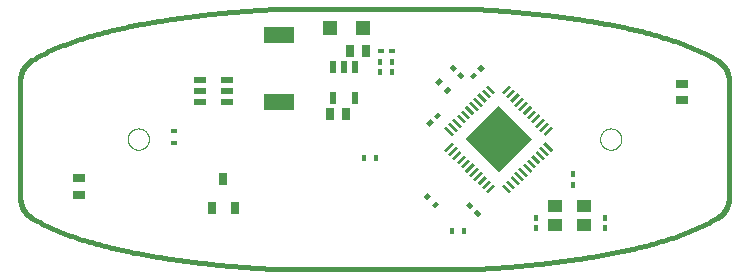
<source format=gbp>
G75*
%MOIN*%
%OFA0B0*%
%FSLAX25Y25*%
%IPPOS*%
%LPD*%
%AMOC8*
5,1,8,0,0,1.08239X$1,22.5*
%
%ADD10C,0.00000*%
%ADD11C,0.01575*%
%ADD12R,0.03150X0.03937*%
%ADD13R,0.02165X0.03937*%
%ADD14R,0.04724X0.04724*%
%ADD15R,0.01969X0.01575*%
%ADD16R,0.01575X0.01969*%
%ADD17R,0.04724X0.03937*%
%ADD18R,0.03937X0.03150*%
%ADD19R,0.03543X0.00984*%
%ADD20R,0.15748X0.15748*%
%ADD21R,0.10236X0.05512*%
%ADD22R,0.04000X0.02000*%
D10*
X0076997Y0064792D02*
X0076999Y0064910D01*
X0077005Y0065029D01*
X0077015Y0065147D01*
X0077029Y0065264D01*
X0077046Y0065381D01*
X0077068Y0065498D01*
X0077094Y0065613D01*
X0077123Y0065728D01*
X0077156Y0065842D01*
X0077193Y0065954D01*
X0077234Y0066065D01*
X0077278Y0066175D01*
X0077326Y0066283D01*
X0077378Y0066390D01*
X0077433Y0066495D01*
X0077492Y0066598D01*
X0077554Y0066698D01*
X0077619Y0066797D01*
X0077688Y0066894D01*
X0077759Y0066988D01*
X0077834Y0067079D01*
X0077912Y0067169D01*
X0077993Y0067255D01*
X0078077Y0067339D01*
X0078163Y0067420D01*
X0078253Y0067498D01*
X0078344Y0067573D01*
X0078438Y0067644D01*
X0078535Y0067713D01*
X0078634Y0067778D01*
X0078734Y0067840D01*
X0078837Y0067899D01*
X0078942Y0067954D01*
X0079049Y0068006D01*
X0079157Y0068054D01*
X0079267Y0068098D01*
X0079378Y0068139D01*
X0079490Y0068176D01*
X0079604Y0068209D01*
X0079719Y0068238D01*
X0079834Y0068264D01*
X0079951Y0068286D01*
X0080068Y0068303D01*
X0080185Y0068317D01*
X0080303Y0068327D01*
X0080422Y0068333D01*
X0080540Y0068335D01*
X0080658Y0068333D01*
X0080777Y0068327D01*
X0080895Y0068317D01*
X0081012Y0068303D01*
X0081129Y0068286D01*
X0081246Y0068264D01*
X0081361Y0068238D01*
X0081476Y0068209D01*
X0081590Y0068176D01*
X0081702Y0068139D01*
X0081813Y0068098D01*
X0081923Y0068054D01*
X0082031Y0068006D01*
X0082138Y0067954D01*
X0082243Y0067899D01*
X0082346Y0067840D01*
X0082446Y0067778D01*
X0082545Y0067713D01*
X0082642Y0067644D01*
X0082736Y0067573D01*
X0082827Y0067498D01*
X0082917Y0067420D01*
X0083003Y0067339D01*
X0083087Y0067255D01*
X0083168Y0067169D01*
X0083246Y0067079D01*
X0083321Y0066988D01*
X0083392Y0066894D01*
X0083461Y0066797D01*
X0083526Y0066698D01*
X0083588Y0066598D01*
X0083647Y0066495D01*
X0083702Y0066390D01*
X0083754Y0066283D01*
X0083802Y0066175D01*
X0083846Y0066065D01*
X0083887Y0065954D01*
X0083924Y0065842D01*
X0083957Y0065728D01*
X0083986Y0065613D01*
X0084012Y0065498D01*
X0084034Y0065381D01*
X0084051Y0065264D01*
X0084065Y0065147D01*
X0084075Y0065029D01*
X0084081Y0064910D01*
X0084083Y0064792D01*
X0084081Y0064674D01*
X0084075Y0064555D01*
X0084065Y0064437D01*
X0084051Y0064320D01*
X0084034Y0064203D01*
X0084012Y0064086D01*
X0083986Y0063971D01*
X0083957Y0063856D01*
X0083924Y0063742D01*
X0083887Y0063630D01*
X0083846Y0063519D01*
X0083802Y0063409D01*
X0083754Y0063301D01*
X0083702Y0063194D01*
X0083647Y0063089D01*
X0083588Y0062986D01*
X0083526Y0062886D01*
X0083461Y0062787D01*
X0083392Y0062690D01*
X0083321Y0062596D01*
X0083246Y0062505D01*
X0083168Y0062415D01*
X0083087Y0062329D01*
X0083003Y0062245D01*
X0082917Y0062164D01*
X0082827Y0062086D01*
X0082736Y0062011D01*
X0082642Y0061940D01*
X0082545Y0061871D01*
X0082446Y0061806D01*
X0082346Y0061744D01*
X0082243Y0061685D01*
X0082138Y0061630D01*
X0082031Y0061578D01*
X0081923Y0061530D01*
X0081813Y0061486D01*
X0081702Y0061445D01*
X0081590Y0061408D01*
X0081476Y0061375D01*
X0081361Y0061346D01*
X0081246Y0061320D01*
X0081129Y0061298D01*
X0081012Y0061281D01*
X0080895Y0061267D01*
X0080777Y0061257D01*
X0080658Y0061251D01*
X0080540Y0061249D01*
X0080422Y0061251D01*
X0080303Y0061257D01*
X0080185Y0061267D01*
X0080068Y0061281D01*
X0079951Y0061298D01*
X0079834Y0061320D01*
X0079719Y0061346D01*
X0079604Y0061375D01*
X0079490Y0061408D01*
X0079378Y0061445D01*
X0079267Y0061486D01*
X0079157Y0061530D01*
X0079049Y0061578D01*
X0078942Y0061630D01*
X0078837Y0061685D01*
X0078734Y0061744D01*
X0078634Y0061806D01*
X0078535Y0061871D01*
X0078438Y0061940D01*
X0078344Y0062011D01*
X0078253Y0062086D01*
X0078163Y0062164D01*
X0078077Y0062245D01*
X0077993Y0062329D01*
X0077912Y0062415D01*
X0077834Y0062505D01*
X0077759Y0062596D01*
X0077688Y0062690D01*
X0077619Y0062787D01*
X0077554Y0062886D01*
X0077492Y0062986D01*
X0077433Y0063089D01*
X0077378Y0063194D01*
X0077326Y0063301D01*
X0077278Y0063409D01*
X0077234Y0063519D01*
X0077193Y0063630D01*
X0077156Y0063742D01*
X0077123Y0063856D01*
X0077094Y0063971D01*
X0077068Y0064086D01*
X0077046Y0064203D01*
X0077029Y0064320D01*
X0077015Y0064437D01*
X0077005Y0064555D01*
X0076999Y0064674D01*
X0076997Y0064792D01*
X0234477Y0064792D02*
X0234479Y0064910D01*
X0234485Y0065029D01*
X0234495Y0065147D01*
X0234509Y0065264D01*
X0234526Y0065381D01*
X0234548Y0065498D01*
X0234574Y0065613D01*
X0234603Y0065728D01*
X0234636Y0065842D01*
X0234673Y0065954D01*
X0234714Y0066065D01*
X0234758Y0066175D01*
X0234806Y0066283D01*
X0234858Y0066390D01*
X0234913Y0066495D01*
X0234972Y0066598D01*
X0235034Y0066698D01*
X0235099Y0066797D01*
X0235168Y0066894D01*
X0235239Y0066988D01*
X0235314Y0067079D01*
X0235392Y0067169D01*
X0235473Y0067255D01*
X0235557Y0067339D01*
X0235643Y0067420D01*
X0235733Y0067498D01*
X0235824Y0067573D01*
X0235918Y0067644D01*
X0236015Y0067713D01*
X0236114Y0067778D01*
X0236214Y0067840D01*
X0236317Y0067899D01*
X0236422Y0067954D01*
X0236529Y0068006D01*
X0236637Y0068054D01*
X0236747Y0068098D01*
X0236858Y0068139D01*
X0236970Y0068176D01*
X0237084Y0068209D01*
X0237199Y0068238D01*
X0237314Y0068264D01*
X0237431Y0068286D01*
X0237548Y0068303D01*
X0237665Y0068317D01*
X0237783Y0068327D01*
X0237902Y0068333D01*
X0238020Y0068335D01*
X0238138Y0068333D01*
X0238257Y0068327D01*
X0238375Y0068317D01*
X0238492Y0068303D01*
X0238609Y0068286D01*
X0238726Y0068264D01*
X0238841Y0068238D01*
X0238956Y0068209D01*
X0239070Y0068176D01*
X0239182Y0068139D01*
X0239293Y0068098D01*
X0239403Y0068054D01*
X0239511Y0068006D01*
X0239618Y0067954D01*
X0239723Y0067899D01*
X0239826Y0067840D01*
X0239926Y0067778D01*
X0240025Y0067713D01*
X0240122Y0067644D01*
X0240216Y0067573D01*
X0240307Y0067498D01*
X0240397Y0067420D01*
X0240483Y0067339D01*
X0240567Y0067255D01*
X0240648Y0067169D01*
X0240726Y0067079D01*
X0240801Y0066988D01*
X0240872Y0066894D01*
X0240941Y0066797D01*
X0241006Y0066698D01*
X0241068Y0066598D01*
X0241127Y0066495D01*
X0241182Y0066390D01*
X0241234Y0066283D01*
X0241282Y0066175D01*
X0241326Y0066065D01*
X0241367Y0065954D01*
X0241404Y0065842D01*
X0241437Y0065728D01*
X0241466Y0065613D01*
X0241492Y0065498D01*
X0241514Y0065381D01*
X0241531Y0065264D01*
X0241545Y0065147D01*
X0241555Y0065029D01*
X0241561Y0064910D01*
X0241563Y0064792D01*
X0241561Y0064674D01*
X0241555Y0064555D01*
X0241545Y0064437D01*
X0241531Y0064320D01*
X0241514Y0064203D01*
X0241492Y0064086D01*
X0241466Y0063971D01*
X0241437Y0063856D01*
X0241404Y0063742D01*
X0241367Y0063630D01*
X0241326Y0063519D01*
X0241282Y0063409D01*
X0241234Y0063301D01*
X0241182Y0063194D01*
X0241127Y0063089D01*
X0241068Y0062986D01*
X0241006Y0062886D01*
X0240941Y0062787D01*
X0240872Y0062690D01*
X0240801Y0062596D01*
X0240726Y0062505D01*
X0240648Y0062415D01*
X0240567Y0062329D01*
X0240483Y0062245D01*
X0240397Y0062164D01*
X0240307Y0062086D01*
X0240216Y0062011D01*
X0240122Y0061940D01*
X0240025Y0061871D01*
X0239926Y0061806D01*
X0239826Y0061744D01*
X0239723Y0061685D01*
X0239618Y0061630D01*
X0239511Y0061578D01*
X0239403Y0061530D01*
X0239293Y0061486D01*
X0239182Y0061445D01*
X0239070Y0061408D01*
X0238956Y0061375D01*
X0238841Y0061346D01*
X0238726Y0061320D01*
X0238609Y0061298D01*
X0238492Y0061281D01*
X0238375Y0061267D01*
X0238257Y0061257D01*
X0238138Y0061251D01*
X0238020Y0061249D01*
X0237902Y0061251D01*
X0237783Y0061257D01*
X0237665Y0061267D01*
X0237548Y0061281D01*
X0237431Y0061298D01*
X0237314Y0061320D01*
X0237199Y0061346D01*
X0237084Y0061375D01*
X0236970Y0061408D01*
X0236858Y0061445D01*
X0236747Y0061486D01*
X0236637Y0061530D01*
X0236529Y0061578D01*
X0236422Y0061630D01*
X0236317Y0061685D01*
X0236214Y0061744D01*
X0236114Y0061806D01*
X0236015Y0061871D01*
X0235918Y0061940D01*
X0235824Y0062011D01*
X0235733Y0062086D01*
X0235643Y0062164D01*
X0235557Y0062245D01*
X0235473Y0062329D01*
X0235392Y0062415D01*
X0235314Y0062505D01*
X0235239Y0062596D01*
X0235168Y0062690D01*
X0235099Y0062787D01*
X0235034Y0062886D01*
X0234972Y0062986D01*
X0234913Y0063089D01*
X0234858Y0063194D01*
X0234806Y0063301D01*
X0234758Y0063409D01*
X0234714Y0063519D01*
X0234673Y0063630D01*
X0234636Y0063742D01*
X0234603Y0063856D01*
X0234574Y0063971D01*
X0234548Y0064086D01*
X0234526Y0064203D01*
X0234509Y0064320D01*
X0234495Y0064437D01*
X0234485Y0064555D01*
X0234479Y0064674D01*
X0234477Y0064792D01*
D11*
X0062538Y0031061D02*
X0061736Y0031312D01*
X0060935Y0031569D01*
X0060137Y0031832D01*
X0059340Y0032101D01*
X0058545Y0032375D01*
X0057752Y0032656D01*
X0056961Y0032944D01*
X0056172Y0033239D01*
X0055385Y0033541D01*
X0054601Y0033850D01*
X0053819Y0034167D01*
X0053040Y0034493D01*
X0052263Y0034827D01*
X0051489Y0035170D01*
X0050718Y0035522D01*
X0049949Y0035884D01*
X0049184Y0036257D01*
X0048423Y0036640D01*
X0047668Y0037034D01*
X0046918Y0037439D01*
X0046176Y0037856D01*
X0045441Y0038285D01*
X0044928Y0038595D01*
X0044906Y0038608D01*
X0044884Y0038622D01*
X0044862Y0038635D01*
X0044841Y0038649D01*
X0044819Y0038662D01*
X0044798Y0038676D01*
X0044776Y0038690D01*
X0044754Y0038704D01*
X0044733Y0038718D01*
X0044711Y0038732D01*
X0044690Y0038746D01*
X0044668Y0038761D01*
X0044647Y0038775D01*
X0044626Y0038790D01*
X0044604Y0038804D01*
X0044583Y0038819D01*
X0044562Y0038833D01*
X0044540Y0038848D01*
X0044519Y0038863D01*
X0044498Y0038878D01*
X0044477Y0038893D01*
X0044456Y0038908D01*
X0044435Y0038923D01*
X0044414Y0038938D01*
X0044393Y0038954D01*
X0044372Y0038969D01*
X0044351Y0038985D01*
X0044330Y0039000D01*
X0044309Y0039016D01*
X0044288Y0039032D01*
X0044267Y0039047D01*
X0044247Y0039063D01*
X0044226Y0039079D01*
X0044205Y0039095D01*
X0044185Y0039111D01*
X0044164Y0039128D01*
X0044143Y0039144D01*
X0044123Y0039160D01*
X0044102Y0039177D01*
X0044082Y0039193D01*
X0044062Y0039210D01*
X0044041Y0039227D01*
X0044021Y0039243D01*
X0044001Y0039260D01*
X0043980Y0039277D01*
X0043960Y0039294D01*
X0043940Y0039311D01*
X0043920Y0039328D01*
X0043900Y0039346D01*
X0043880Y0039363D01*
X0043860Y0039380D01*
X0043840Y0039398D01*
X0043820Y0039415D01*
X0043800Y0039433D01*
X0043781Y0039451D01*
X0043761Y0039468D01*
X0043741Y0039486D01*
X0043722Y0039504D01*
X0043702Y0039522D01*
X0043683Y0039540D01*
X0043663Y0039558D01*
X0043644Y0039577D01*
X0043624Y0039595D01*
X0043605Y0039613D01*
X0043586Y0039632D01*
X0043567Y0039650D01*
X0043548Y0039669D01*
X0043529Y0039688D01*
X0043509Y0039706D01*
X0043491Y0039725D01*
X0043472Y0039744D01*
X0043453Y0039763D01*
X0043434Y0039782D01*
X0043415Y0039801D01*
X0043396Y0039820D01*
X0043378Y0039840D01*
X0043359Y0039859D01*
X0043341Y0039878D01*
X0043322Y0039898D01*
X0043304Y0039917D01*
X0043285Y0039937D01*
X0043267Y0039957D01*
X0043249Y0039976D01*
X0043231Y0039996D01*
X0043213Y0040016D01*
X0043195Y0040036D01*
X0043177Y0040056D01*
X0043159Y0040076D01*
X0043141Y0040096D01*
X0043123Y0040117D01*
X0043105Y0040137D01*
X0043088Y0040157D01*
X0043070Y0040178D01*
X0043052Y0040198D01*
X0043035Y0040219D01*
X0043018Y0040239D01*
X0043000Y0040260D01*
X0042983Y0040281D01*
X0042966Y0040302D01*
X0042949Y0040323D01*
X0042931Y0040344D01*
X0042914Y0040365D01*
X0042898Y0040386D01*
X0042881Y0040407D01*
X0042864Y0040428D01*
X0042847Y0040449D01*
X0042830Y0040471D01*
X0042814Y0040492D01*
X0042797Y0040514D01*
X0042781Y0040535D01*
X0042764Y0040557D01*
X0042748Y0040578D01*
X0042732Y0040600D01*
X0042716Y0040622D01*
X0042699Y0040644D01*
X0042683Y0040666D01*
X0042667Y0040688D01*
X0042652Y0040710D01*
X0042636Y0040732D01*
X0042620Y0040754D01*
X0042604Y0040776D01*
X0042589Y0040798D01*
X0042573Y0040821D01*
X0042558Y0040843D01*
X0042542Y0040865D01*
X0042527Y0040888D01*
X0042512Y0040911D01*
X0042497Y0040933D01*
X0042482Y0040956D01*
X0042467Y0040979D01*
X0042452Y0041001D01*
X0042437Y0041024D01*
X0042422Y0041047D01*
X0042407Y0041070D01*
X0042393Y0041093D01*
X0042378Y0041116D01*
X0042364Y0041139D01*
X0042349Y0041162D01*
X0042335Y0041185D01*
X0042321Y0041208D01*
X0042307Y0041232D01*
X0042293Y0041255D01*
X0042279Y0041279D01*
X0042265Y0041302D01*
X0042251Y0041325D01*
X0042237Y0041349D01*
X0042224Y0041373D01*
X0042210Y0041396D01*
X0042196Y0041420D01*
X0042183Y0041444D01*
X0042170Y0041467D01*
X0042156Y0041491D01*
X0042143Y0041515D01*
X0042130Y0041539D01*
X0042117Y0041563D01*
X0042104Y0041587D01*
X0042091Y0041611D01*
X0042079Y0041635D01*
X0042066Y0041659D01*
X0042053Y0041683D01*
X0042041Y0041707D01*
X0042029Y0041732D01*
X0042016Y0041756D01*
X0042004Y0041780D01*
X0041992Y0041805D01*
X0041980Y0041829D01*
X0041968Y0041854D01*
X0041956Y0041878D01*
X0041944Y0041903D01*
X0041932Y0041927D01*
X0041921Y0041952D01*
X0041909Y0041976D01*
X0041898Y0042001D01*
X0041886Y0042026D01*
X0041875Y0042051D01*
X0041864Y0042075D01*
X0041853Y0042100D01*
X0041842Y0042125D01*
X0041831Y0042150D01*
X0041820Y0042175D01*
X0041809Y0042200D01*
X0041798Y0042225D01*
X0041788Y0042250D01*
X0041777Y0042275D01*
X0041767Y0042300D01*
X0041757Y0042325D01*
X0041746Y0042350D01*
X0041736Y0042375D01*
X0041726Y0042401D01*
X0041716Y0042426D01*
X0041706Y0042451D01*
X0041696Y0042476D01*
X0041687Y0042502D01*
X0041677Y0042527D01*
X0041668Y0042552D01*
X0041658Y0042578D01*
X0041649Y0042603D01*
X0041640Y0042629D01*
X0041630Y0042654D01*
X0041621Y0042680D01*
X0041612Y0042705D01*
X0041604Y0042731D01*
X0041595Y0042756D01*
X0041586Y0042782D01*
X0041577Y0042807D01*
X0041569Y0042833D01*
X0041560Y0042859D01*
X0041552Y0042884D01*
X0041544Y0042910D01*
X0041536Y0042936D01*
X0041528Y0042961D01*
X0041520Y0042987D01*
X0041512Y0043013D01*
X0041504Y0043039D01*
X0041496Y0043065D01*
X0041489Y0043090D01*
X0041481Y0043116D01*
X0041474Y0043142D01*
X0041466Y0043168D01*
X0041459Y0043194D01*
X0041452Y0043220D01*
X0041445Y0043245D01*
X0041438Y0043271D01*
X0041431Y0043297D01*
X0041424Y0043323D01*
X0041417Y0043349D01*
X0041411Y0043375D01*
X0041404Y0043401D01*
X0041398Y0043427D01*
X0041391Y0043453D01*
X0041385Y0043479D01*
X0041379Y0043505D01*
X0041373Y0043531D01*
X0041367Y0043557D01*
X0041361Y0043583D01*
X0041355Y0043609D01*
X0041350Y0043635D01*
X0041344Y0043661D01*
X0041338Y0043687D01*
X0041333Y0043714D01*
X0041328Y0043740D01*
X0041322Y0043766D01*
X0041317Y0043792D01*
X0041312Y0043818D01*
X0041307Y0043844D01*
X0041302Y0043870D01*
X0041298Y0043896D01*
X0041293Y0043922D01*
X0041288Y0043948D01*
X0041284Y0043974D01*
X0041279Y0044000D01*
X0041275Y0044027D01*
X0041271Y0044053D01*
X0041266Y0044079D01*
X0041262Y0044105D01*
X0041258Y0044131D01*
X0041255Y0044157D01*
X0041251Y0044183D01*
X0041247Y0044209D01*
X0041243Y0044235D01*
X0041240Y0044261D01*
X0041236Y0044287D01*
X0041233Y0044313D01*
X0041230Y0044339D01*
X0041227Y0044365D01*
X0041223Y0044391D01*
X0041220Y0044418D01*
X0041218Y0044444D01*
X0041215Y0044469D01*
X0041212Y0044495D01*
X0041209Y0044521D01*
X0041207Y0044547D01*
X0041204Y0044573D01*
X0041202Y0044599D01*
X0041200Y0044625D01*
X0041197Y0044651D01*
X0041195Y0044677D01*
X0041193Y0044703D01*
X0041191Y0044729D01*
X0041189Y0044755D01*
X0041188Y0044781D01*
X0041186Y0044807D01*
X0041184Y0044832D01*
X0041183Y0044858D01*
X0041181Y0044884D01*
X0041180Y0044910D01*
X0041179Y0044936D01*
X0041178Y0044962D01*
X0041177Y0044987D01*
X0041176Y0045013D01*
X0041175Y0045039D01*
X0041174Y0045065D01*
X0041173Y0045090D01*
X0041172Y0045116D01*
X0041172Y0045142D01*
X0041171Y0045167D01*
X0041171Y0045193D01*
X0041171Y0045218D01*
X0041170Y0045244D01*
X0041170Y0045269D01*
X0041170Y0045295D01*
X0041170Y0084290D01*
X0041170Y0084315D01*
X0041170Y0084341D01*
X0041170Y0084366D01*
X0041171Y0084392D01*
X0041171Y0084418D01*
X0041172Y0084443D01*
X0041172Y0084469D01*
X0041173Y0084494D01*
X0041174Y0084520D01*
X0041174Y0084546D01*
X0041175Y0084572D01*
X0041176Y0084597D01*
X0041177Y0084623D01*
X0041178Y0084649D01*
X0041180Y0084675D01*
X0041181Y0084701D01*
X0041182Y0084726D01*
X0041184Y0084752D01*
X0041185Y0084778D01*
X0041187Y0084804D01*
X0041189Y0084830D01*
X0041191Y0084856D01*
X0041193Y0084881D01*
X0041195Y0084907D01*
X0041197Y0084933D01*
X0041199Y0084959D01*
X0041201Y0084985D01*
X0041204Y0085011D01*
X0041206Y0085037D01*
X0041209Y0085063D01*
X0041211Y0085089D01*
X0041214Y0085115D01*
X0041217Y0085141D01*
X0041220Y0085167D01*
X0041223Y0085193D01*
X0041226Y0085219D01*
X0041229Y0085245D01*
X0041232Y0085271D01*
X0041235Y0085297D01*
X0041239Y0085323D01*
X0041242Y0085350D01*
X0041246Y0085376D01*
X0041250Y0085402D01*
X0041253Y0085428D01*
X0041257Y0085454D01*
X0041261Y0085480D01*
X0041265Y0085506D01*
X0041269Y0085532D01*
X0041274Y0085558D01*
X0041278Y0085584D01*
X0041282Y0085610D01*
X0041287Y0085636D01*
X0041291Y0085663D01*
X0041296Y0085689D01*
X0041301Y0085715D01*
X0041306Y0085741D01*
X0041311Y0085767D01*
X0041316Y0085793D01*
X0041321Y0085819D01*
X0041326Y0085845D01*
X0041331Y0085871D01*
X0041337Y0085897D01*
X0041342Y0085923D01*
X0041348Y0085949D01*
X0041353Y0085975D01*
X0041359Y0086001D01*
X0041365Y0086027D01*
X0041371Y0086054D01*
X0041377Y0086080D01*
X0041383Y0086106D01*
X0041389Y0086131D01*
X0041396Y0086157D01*
X0041402Y0086183D01*
X0041409Y0086209D01*
X0041415Y0086235D01*
X0041422Y0086261D01*
X0041429Y0086287D01*
X0041436Y0086313D01*
X0041443Y0086339D01*
X0041450Y0086365D01*
X0041457Y0086391D01*
X0041464Y0086417D01*
X0041471Y0086443D01*
X0041479Y0086469D01*
X0041486Y0086494D01*
X0041494Y0086520D01*
X0041501Y0086546D01*
X0041509Y0086572D01*
X0041517Y0086598D01*
X0041525Y0086623D01*
X0041533Y0086649D01*
X0041541Y0086675D01*
X0041549Y0086700D01*
X0041558Y0086726D01*
X0041566Y0086752D01*
X0041575Y0086777D01*
X0041583Y0086803D01*
X0041592Y0086829D01*
X0041601Y0086854D01*
X0041610Y0086880D01*
X0041619Y0086905D01*
X0041628Y0086931D01*
X0041637Y0086956D01*
X0041646Y0086982D01*
X0041655Y0087007D01*
X0041665Y0087032D01*
X0041674Y0087058D01*
X0041684Y0087083D01*
X0041693Y0087108D01*
X0041703Y0087134D01*
X0041713Y0087159D01*
X0041723Y0087184D01*
X0041733Y0087209D01*
X0041743Y0087235D01*
X0041753Y0087260D01*
X0041764Y0087285D01*
X0041774Y0087310D01*
X0041784Y0087335D01*
X0041795Y0087360D01*
X0041806Y0087385D01*
X0041816Y0087410D01*
X0041827Y0087435D01*
X0041838Y0087460D01*
X0041849Y0087485D01*
X0041860Y0087510D01*
X0041871Y0087534D01*
X0041883Y0087559D01*
X0041894Y0087584D01*
X0041906Y0087609D01*
X0041917Y0087633D01*
X0041929Y0087658D01*
X0041940Y0087682D01*
X0041952Y0087707D01*
X0041964Y0087731D01*
X0041976Y0087756D01*
X0041988Y0087781D01*
X0042000Y0087805D01*
X0042012Y0087829D01*
X0042025Y0087854D01*
X0042037Y0087878D01*
X0042050Y0087902D01*
X0042062Y0087926D01*
X0042075Y0087950D01*
X0042087Y0087974D01*
X0042100Y0087998D01*
X0042113Y0088022D01*
X0042126Y0088046D01*
X0042139Y0088070D01*
X0042152Y0088094D01*
X0042166Y0088118D01*
X0042179Y0088142D01*
X0042192Y0088166D01*
X0042206Y0088189D01*
X0042219Y0088213D01*
X0042233Y0088236D01*
X0042247Y0088260D01*
X0042260Y0088283D01*
X0042274Y0088307D01*
X0042288Y0088330D01*
X0042302Y0088354D01*
X0042316Y0088377D01*
X0042331Y0088400D01*
X0042345Y0088423D01*
X0042359Y0088447D01*
X0042374Y0088470D01*
X0042388Y0088493D01*
X0042403Y0088516D01*
X0042417Y0088539D01*
X0042432Y0088562D01*
X0042447Y0088584D01*
X0042462Y0088607D01*
X0042477Y0088630D01*
X0042492Y0088653D01*
X0042507Y0088675D01*
X0042522Y0088698D01*
X0042538Y0088720D01*
X0042553Y0088743D01*
X0042568Y0088765D01*
X0042584Y0088787D01*
X0042599Y0088810D01*
X0042615Y0088832D01*
X0042631Y0088854D01*
X0042647Y0088876D01*
X0042662Y0088898D01*
X0042678Y0088920D01*
X0042694Y0088942D01*
X0042711Y0088964D01*
X0042727Y0088986D01*
X0042743Y0089008D01*
X0042759Y0089029D01*
X0042776Y0089051D01*
X0042792Y0089072D01*
X0042809Y0089094D01*
X0042825Y0089115D01*
X0042842Y0089137D01*
X0042859Y0089158D01*
X0042875Y0089179D01*
X0042892Y0089201D01*
X0042909Y0089222D01*
X0042926Y0089243D01*
X0042943Y0089264D01*
X0042960Y0089285D01*
X0042978Y0089306D01*
X0042995Y0089326D01*
X0043012Y0089347D01*
X0043030Y0089368D01*
X0043047Y0089388D01*
X0043064Y0089409D01*
X0043082Y0089429D01*
X0043100Y0089450D01*
X0043117Y0089470D01*
X0043135Y0089490D01*
X0043153Y0089510D01*
X0043171Y0089531D01*
X0043189Y0089551D01*
X0043207Y0089570D01*
X0043225Y0089591D01*
X0043243Y0089610D01*
X0043261Y0089630D01*
X0043280Y0089650D01*
X0043298Y0089669D01*
X0043316Y0089689D01*
X0043335Y0089708D01*
X0043353Y0089728D01*
X0043372Y0089747D01*
X0043391Y0089767D01*
X0043409Y0089786D01*
X0043428Y0089805D01*
X0043447Y0089824D01*
X0043466Y0089843D01*
X0043485Y0089862D01*
X0043504Y0089881D01*
X0043523Y0089899D01*
X0043542Y0089918D01*
X0043561Y0089937D01*
X0043580Y0089955D01*
X0043599Y0089974D01*
X0043618Y0089992D01*
X0043638Y0090010D01*
X0043657Y0090029D01*
X0043677Y0090047D01*
X0043696Y0090065D01*
X0043716Y0090083D01*
X0043735Y0090101D01*
X0043755Y0090119D01*
X0043775Y0090137D01*
X0043814Y0090172D01*
X0043854Y0090207D01*
X0043874Y0090224D01*
X0043914Y0090259D01*
X0043954Y0090293D01*
X0043974Y0090310D01*
X0043994Y0090327D01*
X0044014Y0090344D01*
X0044035Y0090361D01*
X0044055Y0090378D01*
X0044076Y0090394D01*
X0044096Y0090411D01*
X0044116Y0090427D01*
X0044137Y0090444D01*
X0044157Y0090460D01*
X0044178Y0090476D01*
X0044199Y0090493D01*
X0044219Y0090508D01*
X0044240Y0090524D01*
X0044261Y0090540D01*
X0044282Y0090556D01*
X0044323Y0090588D01*
X0044344Y0090603D01*
X0044365Y0090619D01*
X0044407Y0090650D01*
X0044428Y0090665D01*
X0044449Y0090680D01*
X0044470Y0090695D01*
X0044491Y0090710D01*
X0044513Y0090725D01*
X0044534Y0090740D01*
X0044555Y0090755D01*
X0044576Y0090769D01*
X0044598Y0090784D01*
X0044619Y0090799D01*
X0044640Y0090813D01*
X0044662Y0090828D01*
X0044683Y0090842D01*
X0044705Y0090856D01*
X0044726Y0090870D01*
X0044748Y0090884D01*
X0044769Y0090898D01*
X0044791Y0090912D01*
X0044812Y0090926D01*
X0044834Y0090940D01*
X0044856Y0090953D01*
X0044877Y0090967D01*
X0044899Y0090981D01*
X0044921Y0090994D01*
X0045239Y0091187D01*
X0045979Y0091624D01*
X0046726Y0092047D01*
X0047479Y0092459D01*
X0048239Y0092858D01*
X0049004Y0093246D01*
X0049774Y0093624D01*
X0050549Y0093992D01*
X0051329Y0094350D01*
X0052113Y0094699D01*
X0052902Y0095040D01*
X0053694Y0095373D01*
X0054490Y0095697D01*
X0055289Y0096013D01*
X0056091Y0096322D01*
X0056895Y0096623D01*
X0057702Y0096917D01*
X0058510Y0097204D01*
X0059320Y0097484D01*
X0060132Y0097757D01*
X0060945Y0098025D01*
X0061760Y0098287D01*
X0062578Y0098542D01*
X0063396Y0098792D01*
X0064217Y0099037D01*
X0065038Y0099276D01*
X0065862Y0099510D01*
X0066686Y0099740D01*
X0067513Y0099964D01*
X0068341Y0100184D01*
X0069170Y0100400D01*
X0070000Y0100611D01*
X0070832Y0100818D01*
X0071665Y0101020D01*
X0072500Y0101219D01*
X0073335Y0101413D01*
X0074171Y0101604D01*
X0075008Y0101790D01*
X0075846Y0101973D01*
X0076685Y0102152D01*
X0077524Y0102327D01*
X0078364Y0102499D01*
X0079204Y0102668D01*
X0080045Y0102832D01*
X0080886Y0102994D01*
X0081728Y0103153D01*
X0082570Y0103308D01*
X0083412Y0103460D01*
X0084254Y0103610D01*
X0085096Y0103756D01*
X0085939Y0103899D01*
X0086782Y0104040D01*
X0087625Y0104178D01*
X0088469Y0104313D01*
X0089313Y0104445D01*
X0090156Y0104574D01*
X0091001Y0104701D01*
X0091845Y0104826D01*
X0092690Y0104947D01*
X0093534Y0105067D01*
X0094379Y0105184D01*
X0095224Y0105298D01*
X0096070Y0105411D01*
X0096915Y0105521D01*
X0097761Y0105629D01*
X0098607Y0105734D01*
X0099453Y0105838D01*
X0100299Y0105940D01*
X0101146Y0106039D01*
X0101992Y0106137D01*
X0102839Y0106232D01*
X0103686Y0106326D01*
X0104533Y0106417D01*
X0105380Y0106507D01*
X0106228Y0106595D01*
X0107075Y0106680D01*
X0107923Y0106764D01*
X0108771Y0106846D01*
X0109619Y0106927D01*
X0110467Y0107005D01*
X0111316Y0107082D01*
X0112164Y0107156D01*
X0113013Y0107230D01*
X0113861Y0107301D01*
X0114710Y0107371D01*
X0115559Y0107439D01*
X0116409Y0107505D01*
X0117258Y0107570D01*
X0118107Y0107633D01*
X0118957Y0107695D01*
X0119807Y0107755D01*
X0120657Y0107813D01*
X0121507Y0107870D01*
X0122357Y0107925D01*
X0123207Y0107979D01*
X0124057Y0108032D01*
X0124908Y0108083D01*
X0124974Y0108087D01*
X0125027Y0108090D01*
X0125054Y0108091D01*
X0125107Y0108093D01*
X0125134Y0108094D01*
X0125187Y0108096D01*
X0125214Y0108097D01*
X0125267Y0108098D01*
X0125294Y0108098D01*
X0125320Y0108099D01*
X0125347Y0108099D01*
X0125374Y0108099D01*
X0125400Y0108099D01*
X0193173Y0108099D01*
X0193200Y0108099D01*
X0193227Y0108099D01*
X0193280Y0108098D01*
X0193307Y0108097D01*
X0193333Y0108097D01*
X0193360Y0108096D01*
X0193413Y0108095D01*
X0193440Y0108094D01*
X0193467Y0108093D01*
X0193493Y0108092D01*
X0193520Y0108090D01*
X0193546Y0108089D01*
X0193573Y0108087D01*
X0193600Y0108086D01*
X0194103Y0108056D01*
X0194943Y0108005D01*
X0195782Y0107952D01*
X0196621Y0107897D01*
X0197461Y0107842D01*
X0198300Y0107785D01*
X0199139Y0107726D01*
X0199978Y0107666D01*
X0200817Y0107605D01*
X0201656Y0107541D01*
X0202495Y0107477D01*
X0203333Y0107410D01*
X0204172Y0107342D01*
X0205010Y0107273D01*
X0205848Y0107201D01*
X0206686Y0107129D01*
X0207524Y0107054D01*
X0208362Y0106977D01*
X0209200Y0106899D01*
X0210037Y0106819D01*
X0210875Y0106738D01*
X0211712Y0106654D01*
X0212549Y0106569D01*
X0213386Y0106481D01*
X0214223Y0106393D01*
X0215059Y0106301D01*
X0215896Y0106208D01*
X0216732Y0106114D01*
X0217569Y0106017D01*
X0218405Y0105918D01*
X0219241Y0105817D01*
X0220076Y0105714D01*
X0220912Y0105609D01*
X0221747Y0105502D01*
X0222583Y0105393D01*
X0223418Y0105281D01*
X0224253Y0105168D01*
X0225088Y0105052D01*
X0225923Y0104933D01*
X0226757Y0104813D01*
X0227592Y0104689D01*
X0228426Y0104564D01*
X0229260Y0104435D01*
X0230094Y0104305D01*
X0230927Y0104171D01*
X0231761Y0104035D01*
X0232594Y0103896D01*
X0233426Y0103755D01*
X0234259Y0103610D01*
X0235091Y0103462D01*
X0235923Y0103312D01*
X0236754Y0103159D01*
X0237585Y0103002D01*
X0238416Y0102843D01*
X0239245Y0102680D01*
X0240074Y0102515D01*
X0240900Y0102346D01*
X0241727Y0102173D01*
X0242552Y0101998D01*
X0243377Y0101819D01*
X0244200Y0101636D01*
X0245022Y0101450D01*
X0245843Y0101259D01*
X0246662Y0101065D01*
X0247481Y0100868D01*
X0248298Y0100665D01*
X0249115Y0100459D01*
X0249930Y0100249D01*
X0250743Y0100034D01*
X0251556Y0099815D01*
X0252365Y0099591D01*
X0253174Y0099363D01*
X0253983Y0099130D01*
X0254788Y0098892D01*
X0255593Y0098649D01*
X0256396Y0098401D01*
X0257198Y0098146D01*
X0257997Y0097887D01*
X0258796Y0097621D01*
X0259591Y0097350D01*
X0260385Y0097072D01*
X0261178Y0096788D01*
X0261967Y0096497D01*
X0262755Y0096199D01*
X0263540Y0095893D01*
X0264324Y0095580D01*
X0265105Y0095259D01*
X0265883Y0094930D01*
X0266658Y0094591D01*
X0267430Y0094244D01*
X0268200Y0093887D01*
X0268967Y0093520D01*
X0269731Y0093143D01*
X0270489Y0092754D01*
X0271243Y0092355D01*
X0271989Y0091944D01*
X0272727Y0091522D01*
X0273459Y0091087D01*
X0273644Y0090974D01*
X0273688Y0090947D01*
X0273709Y0090934D01*
X0273774Y0090893D01*
X0273839Y0090851D01*
X0273859Y0090836D01*
X0273881Y0090822D01*
X0273924Y0090794D01*
X0273989Y0090750D01*
X0274009Y0090735D01*
X0274030Y0090720D01*
X0274074Y0090690D01*
X0274095Y0090675D01*
X0274115Y0090660D01*
X0274137Y0090645D01*
X0274158Y0090630D01*
X0274178Y0090614D01*
X0274221Y0090583D01*
X0274241Y0090568D01*
X0274263Y0090552D01*
X0274282Y0090536D01*
X0274304Y0090520D01*
X0274324Y0090504D01*
X0274345Y0090488D01*
X0274365Y0090472D01*
X0274387Y0090456D01*
X0274406Y0090440D01*
X0274428Y0090424D01*
X0274448Y0090407D01*
X0274469Y0090391D01*
X0274489Y0090374D01*
X0274509Y0090357D01*
X0274530Y0090341D01*
X0274550Y0090324D01*
X0274589Y0090290D01*
X0274611Y0090273D01*
X0274650Y0090239D01*
X0274690Y0090204D01*
X0274711Y0090187D01*
X0274731Y0090169D01*
X0274751Y0090152D01*
X0274770Y0090134D01*
X0274790Y0090116D01*
X0274810Y0090098D01*
X0274849Y0090063D01*
X0274889Y0090026D01*
X0274906Y0090008D01*
X0274946Y0089972D01*
X0274965Y0089953D01*
X0274985Y0089935D01*
X0275003Y0089916D01*
X0275022Y0089898D01*
X0275042Y0089879D01*
X0275060Y0089860D01*
X0275099Y0089822D01*
X0275117Y0089803D01*
X0275137Y0089784D01*
X0275154Y0089765D01*
X0275174Y0089746D01*
X0275192Y0089727D01*
X0275211Y0089707D01*
X0275247Y0089668D01*
X0275267Y0089649D01*
X0275284Y0089629D01*
X0275302Y0089609D01*
X0275322Y0089590D01*
X0275357Y0089550D01*
X0275410Y0089490D01*
X0275463Y0089429D01*
X0275517Y0089367D01*
X0275570Y0089305D01*
X0275585Y0089284D01*
X0275621Y0089243D01*
X0275639Y0089222D01*
X0275654Y0089201D01*
X0275672Y0089180D01*
X0275688Y0089158D01*
X0275706Y0089137D01*
X0275721Y0089116D01*
X0275739Y0089094D01*
X0275755Y0089073D01*
X0275772Y0089051D01*
X0275788Y0089030D01*
X0275804Y0089008D01*
X0275822Y0088986D01*
X0275837Y0088965D01*
X0275869Y0088921D01*
X0275885Y0088899D01*
X0275900Y0088877D01*
X0275916Y0088855D01*
X0275932Y0088833D01*
X0275948Y0088811D01*
X0275979Y0088766D01*
X0276042Y0088677D01*
X0276056Y0088654D01*
X0276087Y0088609D01*
X0276101Y0088586D01*
X0276117Y0088563D01*
X0276131Y0088540D01*
X0276146Y0088517D01*
X0276160Y0088494D01*
X0276176Y0088471D01*
X0276190Y0088448D01*
X0276204Y0088425D01*
X0276219Y0088402D01*
X0276247Y0088356D01*
X0276274Y0088309D01*
X0276288Y0088286D01*
X0276302Y0088262D01*
X0276316Y0088239D01*
X0276371Y0088144D01*
X0276398Y0088096D01*
X0276410Y0088073D01*
X0276424Y0088049D01*
X0276438Y0088025D01*
X0276450Y0088001D01*
X0276463Y0087977D01*
X0276475Y0087953D01*
X0276489Y0087929D01*
X0276513Y0087880D01*
X0276526Y0087856D01*
X0276538Y0087832D01*
X0276550Y0087807D01*
X0276562Y0087783D01*
X0276576Y0087759D01*
X0276587Y0087734D01*
X0276599Y0087710D01*
X0276611Y0087685D01*
X0276646Y0087612D01*
X0276656Y0087587D01*
X0276668Y0087562D01*
X0276680Y0087538D01*
X0276692Y0087513D01*
X0276702Y0087488D01*
X0276713Y0087463D01*
X0276725Y0087438D01*
X0276735Y0087413D01*
X0276747Y0087388D01*
X0276757Y0087363D01*
X0276769Y0087338D01*
X0276788Y0087288D01*
X0276798Y0087263D01*
X0276810Y0087238D01*
X0276839Y0087163D01*
X0276849Y0087137D01*
X0276869Y0087087D01*
X0276898Y0087011D01*
X0276906Y0086985D01*
X0276926Y0086934D01*
X0276934Y0086909D01*
X0276944Y0086883D01*
X0276954Y0086858D01*
X0276961Y0086832D01*
X0276971Y0086807D01*
X0276987Y0086756D01*
X0276997Y0086730D01*
X0277005Y0086704D01*
X0277013Y0086679D01*
X0277020Y0086653D01*
X0277028Y0086627D01*
X0277091Y0086421D01*
X0277097Y0086395D01*
X0277105Y0086369D01*
X0277113Y0086343D01*
X0277119Y0086317D01*
X0277127Y0086291D01*
X0277133Y0086265D01*
X0277141Y0086239D01*
X0277146Y0086214D01*
X0277152Y0086188D01*
X0277160Y0086162D01*
X0277178Y0086084D01*
X0277184Y0086057D01*
X0277202Y0085980D01*
X0277207Y0085953D01*
X0277219Y0085901D01*
X0277225Y0085875D01*
X0277231Y0085849D01*
X0277235Y0085823D01*
X0277247Y0085771D01*
X0277251Y0085745D01*
X0277257Y0085719D01*
X0277261Y0085693D01*
X0277265Y0085667D01*
X0277270Y0085641D01*
X0277274Y0085615D01*
X0277278Y0085588D01*
X0277284Y0085562D01*
X0277288Y0085536D01*
X0277292Y0085510D01*
X0277296Y0085484D01*
X0277300Y0085458D01*
X0277304Y0085432D01*
X0277308Y0085406D01*
X0277316Y0085354D01*
X0277320Y0085328D01*
X0277322Y0085302D01*
X0277326Y0085275D01*
X0277330Y0085249D01*
X0277331Y0085223D01*
X0277335Y0085197D01*
X0277339Y0085171D01*
X0277341Y0085145D01*
X0277345Y0085119D01*
X0277349Y0085067D01*
X0277353Y0085041D01*
X0277359Y0084963D01*
X0277363Y0084937D01*
X0277365Y0084911D01*
X0277367Y0084886D01*
X0277369Y0084860D01*
X0277371Y0084834D01*
X0277373Y0084808D01*
X0277373Y0084782D01*
X0277375Y0084756D01*
X0277381Y0084679D01*
X0277381Y0084653D01*
X0277383Y0084627D01*
X0277383Y0084601D01*
X0277385Y0084576D01*
X0277385Y0084550D01*
X0277387Y0084524D01*
X0277387Y0084498D01*
X0277389Y0084473D01*
X0277389Y0084396D01*
X0277391Y0084370D01*
X0277391Y0045188D01*
X0277389Y0045162D01*
X0277389Y0045111D01*
X0277387Y0045085D01*
X0277387Y0045034D01*
X0277385Y0045008D01*
X0277385Y0044982D01*
X0277381Y0044931D01*
X0277381Y0044905D01*
X0277377Y0044854D01*
X0277377Y0044828D01*
X0277375Y0044802D01*
X0277373Y0044776D01*
X0277371Y0044750D01*
X0277369Y0044724D01*
X0277367Y0044698D01*
X0277365Y0044672D01*
X0277359Y0044594D01*
X0277355Y0044569D01*
X0277351Y0044517D01*
X0277347Y0044491D01*
X0277343Y0044439D01*
X0277339Y0044413D01*
X0277337Y0044387D01*
X0277333Y0044360D01*
X0277330Y0044334D01*
X0277328Y0044308D01*
X0277324Y0044282D01*
X0277316Y0044230D01*
X0277314Y0044204D01*
X0277310Y0044178D01*
X0277306Y0044152D01*
X0277302Y0044126D01*
X0277298Y0044100D01*
X0277294Y0044074D01*
X0277290Y0044048D01*
X0277284Y0044022D01*
X0277280Y0043995D01*
X0277276Y0043969D01*
X0277272Y0043943D01*
X0277267Y0043917D01*
X0277263Y0043891D01*
X0277257Y0043865D01*
X0277253Y0043839D01*
X0277247Y0043813D01*
X0277243Y0043787D01*
X0277237Y0043761D01*
X0277231Y0043735D01*
X0277227Y0043709D01*
X0277221Y0043682D01*
X0277209Y0043631D01*
X0277204Y0043604D01*
X0277180Y0043500D01*
X0277174Y0043474D01*
X0277162Y0043422D01*
X0277154Y0043396D01*
X0277148Y0043370D01*
X0277143Y0043344D01*
X0277135Y0043319D01*
X0277129Y0043293D01*
X0277121Y0043267D01*
X0277115Y0043241D01*
X0277107Y0043215D01*
X0277101Y0043189D01*
X0277093Y0043163D01*
X0277078Y0043111D01*
X0277072Y0043085D01*
X0277048Y0043008D01*
X0277040Y0042982D01*
X0277024Y0042931D01*
X0277015Y0042905D01*
X0277007Y0042880D01*
X0276999Y0042854D01*
X0276991Y0042828D01*
X0276981Y0042803D01*
X0276973Y0042777D01*
X0276963Y0042751D01*
X0276956Y0042726D01*
X0276946Y0042700D01*
X0276938Y0042675D01*
X0276928Y0042649D01*
X0276920Y0042624D01*
X0276891Y0042548D01*
X0276883Y0042522D01*
X0276873Y0042497D01*
X0276863Y0042472D01*
X0276853Y0042446D01*
X0276833Y0042396D01*
X0276822Y0042371D01*
X0276802Y0042320D01*
X0276792Y0042295D01*
X0276782Y0042270D01*
X0276770Y0042245D01*
X0276761Y0042220D01*
X0276749Y0042195D01*
X0276739Y0042170D01*
X0276727Y0042145D01*
X0276717Y0042120D01*
X0276706Y0042095D01*
X0276696Y0042071D01*
X0276684Y0042046D01*
X0276672Y0042021D01*
X0276660Y0041996D01*
X0276648Y0041972D01*
X0276639Y0041947D01*
X0276603Y0041873D01*
X0276580Y0041825D01*
X0276566Y0041800D01*
X0276542Y0041751D01*
X0276530Y0041727D01*
X0276517Y0041703D01*
X0276493Y0041655D01*
X0276479Y0041631D01*
X0276467Y0041606D01*
X0276454Y0041582D01*
X0276442Y0041558D01*
X0276428Y0041534D01*
X0276414Y0041511D01*
X0276402Y0041487D01*
X0276389Y0041463D01*
X0276375Y0041439D01*
X0276361Y0041415D01*
X0276347Y0041392D01*
X0276335Y0041368D01*
X0276322Y0041344D01*
X0276308Y0041321D01*
X0276294Y0041297D01*
X0276280Y0041274D01*
X0276265Y0041251D01*
X0276251Y0041227D01*
X0276223Y0041181D01*
X0276209Y0041158D01*
X0276194Y0041135D01*
X0276180Y0041112D01*
X0276166Y0041089D01*
X0276150Y0041066D01*
X0276137Y0041043D01*
X0276121Y0041020D01*
X0276107Y0040997D01*
X0276091Y0040974D01*
X0276076Y0040952D01*
X0276062Y0040929D01*
X0276046Y0040906D01*
X0276030Y0040884D01*
X0276015Y0040861D01*
X0276001Y0040839D01*
X0275985Y0040816D01*
X0275969Y0040794D01*
X0275954Y0040772D01*
X0275938Y0040750D01*
X0275922Y0040728D01*
X0275891Y0040684D01*
X0275875Y0040662D01*
X0275859Y0040640D01*
X0275841Y0040618D01*
X0275826Y0040596D01*
X0275810Y0040574D01*
X0275794Y0040553D01*
X0275776Y0040531D01*
X0275761Y0040510D01*
X0275743Y0040488D01*
X0275727Y0040467D01*
X0275711Y0040445D01*
X0275694Y0040424D01*
X0275676Y0040403D01*
X0275660Y0040382D01*
X0275643Y0040361D01*
X0275627Y0040340D01*
X0275609Y0040319D01*
X0275591Y0040298D01*
X0275574Y0040277D01*
X0275558Y0040256D01*
X0275540Y0040235D01*
X0275522Y0040215D01*
X0275505Y0040194D01*
X0275487Y0040174D01*
X0275469Y0040153D01*
X0275452Y0040133D01*
X0275434Y0040113D01*
X0275398Y0040072D01*
X0275381Y0040052D01*
X0275363Y0040032D01*
X0275345Y0040012D01*
X0275326Y0039992D01*
X0275308Y0039973D01*
X0275290Y0039953D01*
X0275272Y0039933D01*
X0275253Y0039914D01*
X0275235Y0039894D01*
X0275217Y0039875D01*
X0275198Y0039855D01*
X0275180Y0039836D01*
X0275160Y0039817D01*
X0275143Y0039797D01*
X0275123Y0039778D01*
X0275105Y0039759D01*
X0275085Y0039740D01*
X0275066Y0039722D01*
X0275048Y0039703D01*
X0275009Y0039665D01*
X0274991Y0039647D01*
X0274971Y0039628D01*
X0274952Y0039610D01*
X0274932Y0039591D01*
X0274914Y0039573D01*
X0274894Y0039555D01*
X0274875Y0039537D01*
X0274855Y0039519D01*
X0274835Y0039501D01*
X0274816Y0039483D01*
X0274796Y0039465D01*
X0274776Y0039447D01*
X0274757Y0039430D01*
X0274737Y0039412D01*
X0274698Y0039377D01*
X0274678Y0039360D01*
X0274656Y0039342D01*
X0274637Y0039325D01*
X0274617Y0039308D01*
X0274597Y0039291D01*
X0274576Y0039274D01*
X0274556Y0039257D01*
X0274536Y0039240D01*
X0274517Y0039223D01*
X0274495Y0039207D01*
X0274475Y0039190D01*
X0274454Y0039174D01*
X0274434Y0039157D01*
X0274414Y0039141D01*
X0274393Y0039125D01*
X0274373Y0039108D01*
X0274351Y0039092D01*
X0274331Y0039076D01*
X0274310Y0039060D01*
X0274290Y0039044D01*
X0274269Y0039029D01*
X0274249Y0039013D01*
X0274227Y0038997D01*
X0274206Y0038982D01*
X0274186Y0038966D01*
X0274164Y0038951D01*
X0274143Y0038936D01*
X0274123Y0038920D01*
X0274101Y0038905D01*
X0274080Y0038890D01*
X0274058Y0038875D01*
X0274038Y0038860D01*
X0274017Y0038845D01*
X0273995Y0038831D01*
X0273973Y0038816D01*
X0273952Y0038801D01*
X0273932Y0038787D01*
X0273910Y0038772D01*
X0273889Y0038758D01*
X0273867Y0038744D01*
X0273845Y0038730D01*
X0273824Y0038716D01*
X0273802Y0038702D01*
X0273780Y0038688D01*
X0273759Y0038674D01*
X0273737Y0038660D01*
X0273715Y0038646D01*
X0273694Y0038633D01*
X0273672Y0038619D01*
X0273650Y0038606D01*
X0273629Y0038592D01*
X0272928Y0038172D01*
X0272186Y0037742D01*
X0271434Y0037325D01*
X0270678Y0036920D01*
X0269916Y0036526D01*
X0269148Y0036144D01*
X0268375Y0035771D01*
X0267597Y0035409D01*
X0266814Y0035055D01*
X0266028Y0034710D01*
X0265237Y0034374D01*
X0264444Y0034046D01*
X0263646Y0033725D01*
X0262845Y0033413D01*
X0262042Y0033109D01*
X0261237Y0032811D01*
X0260428Y0032521D01*
X0259619Y0032238D01*
X0258810Y0031961D01*
X0257997Y0031690D01*
X0257182Y0031426D01*
X0256365Y0031167D01*
X0255548Y0030915D01*
X0254727Y0030668D01*
X0253906Y0030426D01*
X0253083Y0030189D01*
X0252261Y0029957D01*
X0251434Y0029731D01*
X0250607Y0029508D01*
X0249778Y0029291D01*
X0248948Y0029077D01*
X0248117Y0028868D01*
X0247284Y0028664D01*
X0246452Y0028463D01*
X0245617Y0028267D01*
X0244780Y0028074D01*
X0243944Y0027886D01*
X0243107Y0027701D01*
X0242269Y0027521D01*
X0241428Y0027343D01*
X0240589Y0027170D01*
X0239749Y0027000D01*
X0238908Y0026833D01*
X0238068Y0026670D01*
X0237226Y0026510D01*
X0236384Y0026353D01*
X0235542Y0026199D01*
X0234700Y0026048D01*
X0233858Y0025900D01*
X0233015Y0025756D01*
X0232172Y0025614D01*
X0231329Y0025475D01*
X0230486Y0025338D01*
X0229642Y0025205D01*
X0228798Y0025074D01*
X0227954Y0024946D01*
X0227110Y0024820D01*
X0226265Y0024697D01*
X0225420Y0024576D01*
X0224576Y0024458D01*
X0223731Y0024342D01*
X0222885Y0024229D01*
X0222040Y0024118D01*
X0221194Y0024009D01*
X0220348Y0023902D01*
X0219502Y0023797D01*
X0218656Y0023694D01*
X0217810Y0023594D01*
X0216963Y0023495D01*
X0216116Y0023399D01*
X0215269Y0023304D01*
X0214422Y0023212D01*
X0213575Y0023121D01*
X0212728Y0023032D01*
X0211880Y0022946D01*
X0211033Y0022861D01*
X0210185Y0022778D01*
X0209337Y0022697D01*
X0208489Y0022617D01*
X0207640Y0022540D01*
X0206792Y0022464D01*
X0205943Y0022390D01*
X0205094Y0022318D01*
X0204245Y0022247D01*
X0203396Y0022178D01*
X0202547Y0022111D01*
X0201698Y0022045D01*
X0200849Y0021981D01*
X0199999Y0021919D01*
X0199149Y0021858D01*
X0198299Y0021799D01*
X0197449Y0021741D01*
X0196599Y0021685D01*
X0195749Y0021630D01*
X0194899Y0021577D01*
X0194048Y0021525D01*
X0193597Y0021498D01*
X0193570Y0021497D01*
X0193544Y0021495D01*
X0193517Y0021494D01*
X0193491Y0021493D01*
X0193464Y0021492D01*
X0193437Y0021491D01*
X0193411Y0021490D01*
X0193384Y0021489D01*
X0193357Y0021488D01*
X0193331Y0021487D01*
X0193304Y0021487D01*
X0193278Y0021486D01*
X0193251Y0021486D01*
X0193224Y0021485D01*
X0193197Y0021485D01*
X0193171Y0021485D01*
X0193144Y0021485D01*
X0125402Y0021485D01*
X0125376Y0021485D01*
X0125349Y0021485D01*
X0125322Y0021486D01*
X0125295Y0021486D01*
X0125269Y0021486D01*
X0125242Y0021487D01*
X0125216Y0021488D01*
X0125189Y0021488D01*
X0125162Y0021489D01*
X0125136Y0021490D01*
X0125109Y0021491D01*
X0125082Y0021492D01*
X0125056Y0021493D01*
X0125029Y0021495D01*
X0125003Y0021496D01*
X0124976Y0021498D01*
X0124850Y0021505D01*
X0124010Y0021556D01*
X0123171Y0021608D01*
X0122331Y0021661D01*
X0121492Y0021716D01*
X0120652Y0021772D01*
X0119813Y0021830D01*
X0118974Y0021889D01*
X0118135Y0021950D01*
X0117296Y0022013D01*
X0116457Y0022077D01*
X0115619Y0022142D01*
X0114780Y0022209D01*
X0113942Y0022278D01*
X0113104Y0022348D01*
X0112266Y0022420D01*
X0111428Y0022494D01*
X0110590Y0022570D01*
X0109752Y0022647D01*
X0108914Y0022726D01*
X0108077Y0022807D01*
X0107240Y0022889D01*
X0106402Y0022974D01*
X0105565Y0023060D01*
X0104728Y0023148D01*
X0103892Y0023238D01*
X0103055Y0023330D01*
X0102219Y0023424D01*
X0101382Y0023520D01*
X0100546Y0023618D01*
X0099710Y0023717D01*
X0098874Y0023819D01*
X0098039Y0023923D01*
X0097203Y0024029D01*
X0096368Y0024138D01*
X0095532Y0024248D01*
X0094697Y0024360D01*
X0093862Y0024475D01*
X0093027Y0024592D01*
X0092193Y0024712D01*
X0091358Y0024834D01*
X0090524Y0024958D01*
X0089690Y0025085D01*
X0088856Y0025215D01*
X0088022Y0025347D01*
X0087189Y0025481D01*
X0086356Y0025619D01*
X0085523Y0025759D01*
X0084690Y0025902D01*
X0083858Y0026048D01*
X0083026Y0026197D01*
X0082194Y0026349D01*
X0081363Y0026504D01*
X0080532Y0026662D01*
X0079702Y0026823D01*
X0078873Y0026987D01*
X0078045Y0027155D01*
X0077219Y0027325D01*
X0076393Y0027499D01*
X0075568Y0027677D01*
X0074744Y0027858D01*
X0073921Y0028042D01*
X0073100Y0028230D01*
X0072280Y0028423D01*
X0071460Y0028619D01*
X0070643Y0028819D01*
X0069826Y0029023D01*
X0069010Y0029231D01*
X0068196Y0029444D01*
X0067384Y0029661D01*
X0066572Y0029882D01*
X0065762Y0030108D01*
X0064954Y0030339D01*
X0064147Y0030574D01*
X0063342Y0030815D01*
X0062538Y0031061D01*
D12*
X0105146Y0041957D03*
X0112627Y0041957D03*
X0108887Y0051406D03*
X0144320Y0073060D03*
X0149831Y0073060D03*
X0151013Y0094320D03*
X0156524Y0094320D03*
D13*
X0152784Y0088808D03*
X0149044Y0088808D03*
X0145304Y0088808D03*
X0145304Y0078572D03*
X0152784Y0078572D03*
D14*
X0155343Y0101800D03*
X0144320Y0101800D03*
D15*
X0161446Y0094123D03*
X0164989Y0094123D03*
G36*
X0185448Y0089738D02*
X0186839Y0088347D01*
X0185726Y0087234D01*
X0184335Y0088625D01*
X0185448Y0089738D01*
G37*
G36*
X0187953Y0087232D02*
X0189344Y0085841D01*
X0188231Y0084728D01*
X0186840Y0086119D01*
X0187953Y0087232D01*
G37*
G36*
X0191028Y0085841D02*
X0192419Y0087232D01*
X0193532Y0086119D01*
X0192141Y0084728D01*
X0191028Y0085841D01*
G37*
G36*
X0193533Y0088347D02*
X0194924Y0089738D01*
X0196037Y0088625D01*
X0194646Y0087234D01*
X0193533Y0088347D01*
G37*
G36*
X0181470Y0072877D02*
X0180079Y0071486D01*
X0178966Y0072599D01*
X0180357Y0073990D01*
X0181470Y0072877D01*
G37*
G36*
X0178965Y0070371D02*
X0177574Y0068980D01*
X0176461Y0070093D01*
X0177852Y0071484D01*
X0178965Y0070371D01*
G37*
G36*
X0191237Y0041368D02*
X0189846Y0042759D01*
X0190959Y0043872D01*
X0192350Y0042481D01*
X0191237Y0041368D01*
G37*
G36*
X0193743Y0038862D02*
X0192352Y0040253D01*
X0193465Y0041366D01*
X0194856Y0039975D01*
X0193743Y0038862D01*
G37*
X0092351Y0063611D03*
X0092351Y0067548D03*
D16*
X0155737Y0058493D03*
X0159674Y0058493D03*
G36*
X0176647Y0044460D02*
X0175534Y0045573D01*
X0176925Y0046964D01*
X0178038Y0045851D01*
X0176647Y0044460D01*
G37*
G36*
X0179431Y0041676D02*
X0178318Y0042789D01*
X0179709Y0044180D01*
X0180822Y0043067D01*
X0179431Y0041676D01*
G37*
X0185265Y0034083D03*
X0189202Y0034083D03*
X0213217Y0035068D03*
X0213217Y0038611D03*
X0225422Y0049635D03*
X0225422Y0053178D03*
X0236052Y0038611D03*
X0236052Y0035068D03*
G36*
X0183646Y0082369D02*
X0184759Y0081256D01*
X0183368Y0079865D01*
X0182255Y0080978D01*
X0183646Y0082369D01*
G37*
G36*
X0180862Y0085153D02*
X0181975Y0084040D01*
X0180584Y0082649D01*
X0179471Y0083762D01*
X0180862Y0085153D01*
G37*
X0165186Y0087036D03*
X0161249Y0087036D03*
X0161249Y0090580D03*
X0165186Y0090580D03*
D17*
X0219517Y0042351D03*
X0228965Y0042351D03*
X0228965Y0036052D03*
X0219517Y0036052D03*
D18*
X0261643Y0077784D03*
X0261643Y0083296D03*
X0060855Y0051800D03*
X0060855Y0046288D03*
D19*
G36*
X0185655Y0063051D02*
X0183151Y0060547D01*
X0182455Y0061243D01*
X0184959Y0063747D01*
X0185655Y0063051D01*
G37*
G36*
X0187047Y0061659D02*
X0184543Y0059155D01*
X0183847Y0059851D01*
X0186351Y0062355D01*
X0187047Y0061659D01*
G37*
G36*
X0188439Y0060268D02*
X0185935Y0057764D01*
X0185239Y0058460D01*
X0187743Y0060964D01*
X0188439Y0060268D01*
G37*
G36*
X0189831Y0058876D02*
X0187327Y0056372D01*
X0186631Y0057068D01*
X0189135Y0059572D01*
X0189831Y0058876D01*
G37*
G36*
X0191223Y0057484D02*
X0188719Y0054980D01*
X0188023Y0055676D01*
X0190527Y0058180D01*
X0191223Y0057484D01*
G37*
G36*
X0192615Y0056092D02*
X0190111Y0053588D01*
X0189415Y0054284D01*
X0191919Y0056788D01*
X0192615Y0056092D01*
G37*
G36*
X0194006Y0054700D02*
X0191502Y0052196D01*
X0190806Y0052892D01*
X0193310Y0055396D01*
X0194006Y0054700D01*
G37*
G36*
X0195398Y0053308D02*
X0192894Y0050804D01*
X0192198Y0051500D01*
X0194702Y0054004D01*
X0195398Y0053308D01*
G37*
G36*
X0196790Y0051916D02*
X0194286Y0049412D01*
X0193590Y0050108D01*
X0196094Y0052612D01*
X0196790Y0051916D01*
G37*
G36*
X0198182Y0050524D02*
X0195678Y0048020D01*
X0194982Y0048716D01*
X0197486Y0051220D01*
X0198182Y0050524D01*
G37*
G36*
X0199574Y0049132D02*
X0197070Y0046628D01*
X0196374Y0047324D01*
X0198878Y0049828D01*
X0199574Y0049132D01*
G37*
G36*
X0202360Y0049828D02*
X0204864Y0047324D01*
X0204168Y0046628D01*
X0201664Y0049132D01*
X0202360Y0049828D01*
G37*
G36*
X0203752Y0051220D02*
X0206256Y0048716D01*
X0205560Y0048020D01*
X0203056Y0050524D01*
X0203752Y0051220D01*
G37*
G36*
X0205143Y0052612D02*
X0207647Y0050108D01*
X0206951Y0049412D01*
X0204447Y0051916D01*
X0205143Y0052612D01*
G37*
G36*
X0206535Y0054004D02*
X0209039Y0051500D01*
X0208343Y0050804D01*
X0205839Y0053308D01*
X0206535Y0054004D01*
G37*
G36*
X0207927Y0055396D02*
X0210431Y0052892D01*
X0209735Y0052196D01*
X0207231Y0054700D01*
X0207927Y0055396D01*
G37*
G36*
X0209319Y0056788D02*
X0211823Y0054284D01*
X0211127Y0053588D01*
X0208623Y0056092D01*
X0209319Y0056788D01*
G37*
G36*
X0210711Y0058180D02*
X0213215Y0055676D01*
X0212519Y0054980D01*
X0210015Y0057484D01*
X0210711Y0058180D01*
G37*
G36*
X0212103Y0059572D02*
X0214607Y0057068D01*
X0213911Y0056372D01*
X0211407Y0058876D01*
X0212103Y0059572D01*
G37*
G36*
X0213495Y0060964D02*
X0215999Y0058460D01*
X0215303Y0057764D01*
X0212799Y0060268D01*
X0213495Y0060964D01*
G37*
G36*
X0214887Y0062355D02*
X0217391Y0059851D01*
X0216695Y0059155D01*
X0214191Y0061659D01*
X0214887Y0062355D01*
G37*
G36*
X0216279Y0063747D02*
X0218783Y0061243D01*
X0218087Y0060547D01*
X0215583Y0063051D01*
X0216279Y0063747D01*
G37*
G36*
X0215583Y0066533D02*
X0218087Y0069037D01*
X0218783Y0068341D01*
X0216279Y0065837D01*
X0215583Y0066533D01*
G37*
G36*
X0214191Y0067925D02*
X0216695Y0070429D01*
X0217391Y0069733D01*
X0214887Y0067229D01*
X0214191Y0067925D01*
G37*
G36*
X0212799Y0069317D02*
X0215303Y0071821D01*
X0215999Y0071125D01*
X0213495Y0068621D01*
X0212799Y0069317D01*
G37*
G36*
X0211407Y0070709D02*
X0213911Y0073213D01*
X0214607Y0072517D01*
X0212103Y0070013D01*
X0211407Y0070709D01*
G37*
G36*
X0210015Y0072101D02*
X0212519Y0074605D01*
X0213215Y0073909D01*
X0210711Y0071405D01*
X0210015Y0072101D01*
G37*
G36*
X0208623Y0073493D02*
X0211127Y0075997D01*
X0211823Y0075301D01*
X0209319Y0072797D01*
X0208623Y0073493D01*
G37*
G36*
X0207231Y0074884D02*
X0209735Y0077388D01*
X0210431Y0076692D01*
X0207927Y0074188D01*
X0207231Y0074884D01*
G37*
G36*
X0205839Y0076276D02*
X0208343Y0078780D01*
X0209039Y0078084D01*
X0206535Y0075580D01*
X0205839Y0076276D01*
G37*
G36*
X0204447Y0077668D02*
X0206951Y0080172D01*
X0207647Y0079476D01*
X0205143Y0076972D01*
X0204447Y0077668D01*
G37*
G36*
X0203056Y0079060D02*
X0205560Y0081564D01*
X0206256Y0080868D01*
X0203752Y0078364D01*
X0203056Y0079060D01*
G37*
G36*
X0201664Y0080452D02*
X0204168Y0082956D01*
X0204864Y0082260D01*
X0202360Y0079756D01*
X0201664Y0080452D01*
G37*
G36*
X0198878Y0079756D02*
X0196374Y0082260D01*
X0197070Y0082956D01*
X0199574Y0080452D01*
X0198878Y0079756D01*
G37*
G36*
X0197486Y0078364D02*
X0194982Y0080868D01*
X0195678Y0081564D01*
X0198182Y0079060D01*
X0197486Y0078364D01*
G37*
G36*
X0196094Y0076972D02*
X0193590Y0079476D01*
X0194286Y0080172D01*
X0196790Y0077668D01*
X0196094Y0076972D01*
G37*
G36*
X0194702Y0075580D02*
X0192198Y0078084D01*
X0192894Y0078780D01*
X0195398Y0076276D01*
X0194702Y0075580D01*
G37*
G36*
X0193310Y0074188D02*
X0190806Y0076692D01*
X0191502Y0077388D01*
X0194006Y0074884D01*
X0193310Y0074188D01*
G37*
G36*
X0191919Y0072797D02*
X0189415Y0075301D01*
X0190111Y0075997D01*
X0192615Y0073493D01*
X0191919Y0072797D01*
G37*
G36*
X0190527Y0071405D02*
X0188023Y0073909D01*
X0188719Y0074605D01*
X0191223Y0072101D01*
X0190527Y0071405D01*
G37*
G36*
X0189135Y0070013D02*
X0186631Y0072517D01*
X0187327Y0073213D01*
X0189831Y0070709D01*
X0189135Y0070013D01*
G37*
G36*
X0187743Y0068621D02*
X0185239Y0071125D01*
X0185935Y0071821D01*
X0188439Y0069317D01*
X0187743Y0068621D01*
G37*
G36*
X0186351Y0067229D02*
X0183847Y0069733D01*
X0184543Y0070429D01*
X0187047Y0067925D01*
X0186351Y0067229D01*
G37*
G36*
X0184959Y0065837D02*
X0182455Y0068341D01*
X0183151Y0069037D01*
X0185655Y0066533D01*
X0184959Y0065837D01*
G37*
D20*
G36*
X0189484Y0064792D02*
X0200619Y0075927D01*
X0211754Y0064792D01*
X0200619Y0053657D01*
X0189484Y0064792D01*
G37*
D21*
X0127391Y0077194D03*
X0127391Y0099635D03*
D22*
X0110040Y0084477D03*
X0110040Y0080737D03*
X0110040Y0076997D03*
X0101040Y0076997D03*
X0101040Y0080737D03*
X0101040Y0084477D03*
M02*

</source>
